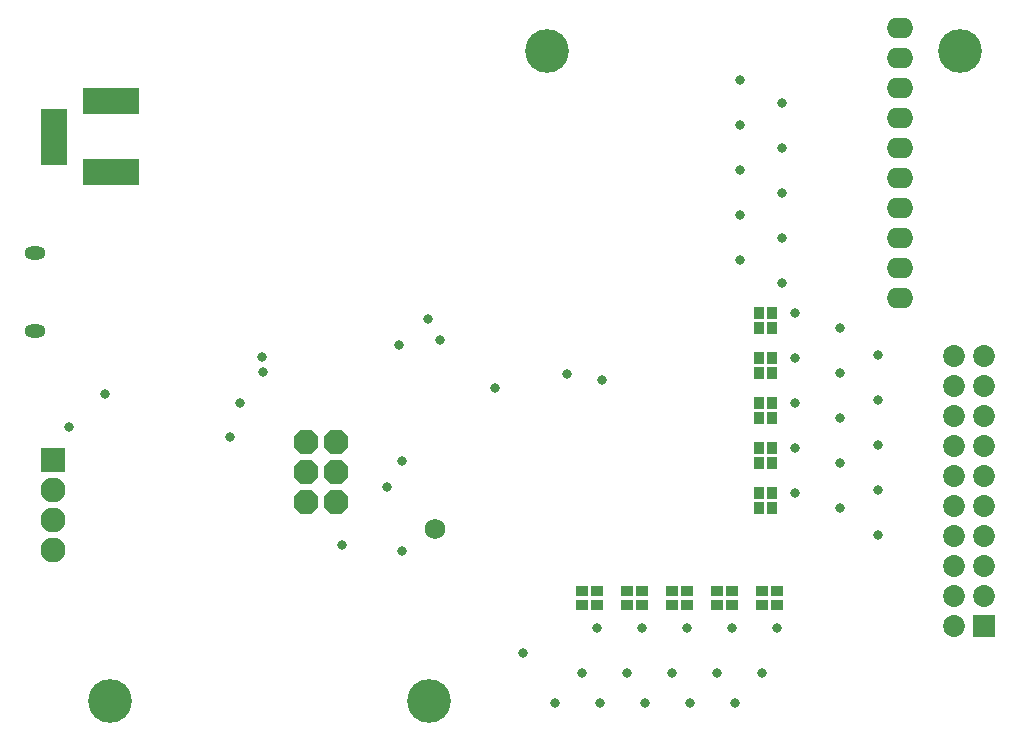
<source format=gbs>
G04 Layer_Color=8150272*
%FSLAX24Y24*%
%MOIN*%
G70*
G01*
G75*
%ADD64R,0.0356X0.0415*%
%ADD80C,0.0680*%
%ADD81C,0.1458*%
%ADD82O,0.0710X0.0434*%
%ADD83R,0.1852X0.0867*%
%ADD84R,0.0867X0.1852*%
%ADD85O,0.0880X0.0680*%
%ADD86R,0.0730X0.0730*%
%ADD87C,0.0730*%
%ADD88P,0.0888X8X112.5*%
%ADD89C,0.0830*%
%ADD90R,0.0830X0.0830*%
%ADD91C,0.0320*%
%ADD92R,0.0415X0.0356*%
D64*
X35226Y32500D02*
D03*
X34774D02*
D03*
X35226Y33000D02*
D03*
X34774D02*
D03*
X35226Y34000D02*
D03*
X34774D02*
D03*
X35226Y34500D02*
D03*
X34774D02*
D03*
X35226Y35500D02*
D03*
X34774D02*
D03*
X35226Y36000D02*
D03*
X34774D02*
D03*
X35226Y37000D02*
D03*
X34774D02*
D03*
X35226Y37500D02*
D03*
X34774D02*
D03*
X35226Y38500D02*
D03*
X34774D02*
D03*
X35226Y39000D02*
D03*
X34774D02*
D03*
D80*
X13800Y43700D02*
D03*
X13700D02*
D03*
X13600D02*
D03*
X13500D02*
D03*
X13400D02*
D03*
X13300D02*
D03*
X13200Y43706D02*
D03*
X13100Y43700D02*
D03*
X13000D02*
D03*
X12900D02*
D03*
X12800D02*
D03*
X12700D02*
D03*
X11300Y44300D02*
D03*
Y44400D02*
D03*
Y44500D02*
D03*
Y44600D02*
D03*
Y44700D02*
D03*
Y44800D02*
D03*
Y44950D02*
D03*
Y45050D02*
D03*
Y45150D02*
D03*
Y45250D02*
D03*
Y45350D02*
D03*
X13750Y46100D02*
D03*
X13650D02*
D03*
X13550D02*
D03*
X13450D02*
D03*
X13350D02*
D03*
X13250D02*
D03*
X13100D02*
D03*
X13000D02*
D03*
X12900D02*
D03*
X12800D02*
D03*
X12700D02*
D03*
X24000Y31800D02*
D03*
D81*
X41496Y47728D02*
D03*
X27717D02*
D03*
X23780Y26075D02*
D03*
X13150D02*
D03*
D82*
X10648Y38401D02*
D03*
Y40999D02*
D03*
D83*
X13200Y46069D02*
D03*
Y43706D02*
D03*
D84*
X11271Y44868D02*
D03*
D85*
X39470Y48500D02*
D03*
Y47500D02*
D03*
Y46500D02*
D03*
Y44500D02*
D03*
Y45500D02*
D03*
Y43500D02*
D03*
Y42500D02*
D03*
Y41500D02*
D03*
Y39500D02*
D03*
Y40500D02*
D03*
D86*
X42270Y28550D02*
D03*
D87*
Y29550D02*
D03*
Y30550D02*
D03*
Y31550D02*
D03*
Y32550D02*
D03*
Y33550D02*
D03*
X41270Y28550D02*
D03*
Y29550D02*
D03*
Y30550D02*
D03*
Y31550D02*
D03*
Y32550D02*
D03*
Y33550D02*
D03*
X42270Y34550D02*
D03*
X41270D02*
D03*
Y35550D02*
D03*
X42270D02*
D03*
Y37550D02*
D03*
X41270D02*
D03*
Y36550D02*
D03*
X42270D02*
D03*
D88*
X20700Y32700D02*
D03*
X19700D02*
D03*
X20700Y33700D02*
D03*
X19700D02*
D03*
X20700Y34700D02*
D03*
X19700D02*
D03*
D89*
X11250Y33100D02*
D03*
Y32100D02*
D03*
Y31100D02*
D03*
D90*
Y34100D02*
D03*
D91*
X29550Y36750D02*
D03*
X13000Y36300D02*
D03*
X17150Y34850D02*
D03*
X17500Y36000D02*
D03*
X11800Y35200D02*
D03*
X18228Y37522D02*
D03*
X28400Y36950D02*
D03*
X24150Y38100D02*
D03*
X23750Y38800D02*
D03*
X18250Y37010D02*
D03*
X22900Y34050D02*
D03*
X20900Y31250D02*
D03*
X22900Y31050D02*
D03*
X22400Y33200D02*
D03*
X22800Y37930D02*
D03*
X26913Y27663D02*
D03*
X26000Y36500D02*
D03*
X31000Y26000D02*
D03*
X29500D02*
D03*
X28000D02*
D03*
X32500D02*
D03*
X34000D02*
D03*
X28900Y27000D02*
D03*
X29400Y28500D02*
D03*
X30400Y27000D02*
D03*
X30900Y28500D02*
D03*
X31900Y27000D02*
D03*
X32400Y28500D02*
D03*
X33400Y27000D02*
D03*
X34900D02*
D03*
X35400Y28500D02*
D03*
X33900D02*
D03*
X38750Y37600D02*
D03*
Y36100D02*
D03*
Y34600D02*
D03*
Y33100D02*
D03*
Y31600D02*
D03*
X37500Y32500D02*
D03*
Y34000D02*
D03*
X36000Y33000D02*
D03*
Y34500D02*
D03*
X37500Y35500D02*
D03*
X36000Y36000D02*
D03*
X37500Y37000D02*
D03*
X36000Y37500D02*
D03*
X37500Y38500D02*
D03*
X36000Y39000D02*
D03*
X35550Y40000D02*
D03*
X34150Y46750D02*
D03*
X35550Y46000D02*
D03*
X34150Y45250D02*
D03*
Y43750D02*
D03*
X35550Y44500D02*
D03*
Y43000D02*
D03*
X34150Y42250D02*
D03*
X35550Y41500D02*
D03*
X34150Y40750D02*
D03*
D92*
X28900Y29274D02*
D03*
Y29726D02*
D03*
X29400Y29274D02*
D03*
Y29726D02*
D03*
X30400Y29274D02*
D03*
Y29726D02*
D03*
X30900Y29274D02*
D03*
Y29726D02*
D03*
X31900Y29274D02*
D03*
Y29726D02*
D03*
X32400Y29274D02*
D03*
Y29726D02*
D03*
X33400Y29274D02*
D03*
Y29726D02*
D03*
X33900Y29274D02*
D03*
Y29726D02*
D03*
X34900Y29274D02*
D03*
Y29726D02*
D03*
X35400Y29274D02*
D03*
Y29726D02*
D03*
M02*

</source>
